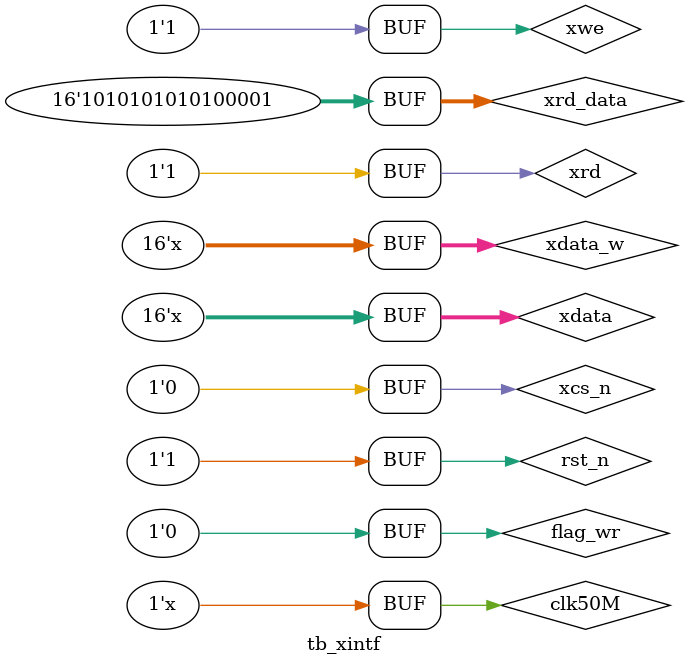
<source format=v>
`timescale 1ns / 1ps

module tb_xintf;
    reg rst_n;
    reg clk50M;
    //XINTF Íâ²¿½Ó¿ÚÐÅºÅ
    reg xcs_n;                      //Ê¹ÄÜ£¬µÍµçÆ½ÓÐÐ§
    reg xrd;                        //¶ÁÐÅºÅ
    reg xwe;                        //Ð´ÐÅºÅ
    wire [15:0] xdata;              //XINTF Êý¾Ý×ÜÏß
    //XINTF ÄÚ²¿½Ó¿ÚÐÅºÅ
    reg  [15:0] xrd_data;           //½«ÒªÍ¨¹ý¶Á²Ù×÷´ÓXINTFÊý¾Ý×ÜÏßxdataÊä³ö¸øDSPµÄÊý¾Ý(xrd_data--->xdata)
    wire rd_end;                    //XINTF¶Á²Ù×÷Íê³É±êÖ¾
    wire rd_fall;					//XINTF¶ÁÐÅºÅxrdÏÂ½µÑØ±êÖ¾£¬ÓÃÀ´¸üÐÂ±¾´Î¶Á²Ù×÷xrd_dataÊý¾Ý
    wire [15:0] xwr_data;           //XINTFÐ´²Ù×÷´ÓDSP-XINTF½Ó¿Ú»ñÈ¡µÄÊý¾Ý
    wire wr_end;                    //XINTFÐ´²Ù×÷Íê³É±êÖ¾ 


    //·ÂÕæÊ¹ÓÃ±äÁ¿
    reg [15:0] xdata_w;             //·ÂÕæ Ð´ÊäÈë XINTFÊý¾Ý×ÜÏß Êý¾Ý
    reg flag_wr;                    //×´Ì¬±êÖ¾£¬Ð´Êý¾ÝÊ±ÖÃ1£¬ÆäËû×´Ì¬ÖÃ0
    //ÊµÀý»¯£ºxintf
    xintf xintf_inst(
        .rst_n          (rst_n      ),
        .clk50M         (clk50M     ),
        //XINTF Íâ²¿½Ó¿ÚÐÅºÅ
        .xcs_n          (xcs_n       ),
        .xrd            (xrd        ),
        .xwe            (xwe        ),
        .xdata          (xdata      ),
        //XINTF ÄÚ²¿½Ó¿ÚÐÅºÅ
        .xrd_data       (xrd_data   ),
        .rd_end         (rd_end     ),
        .rd_fall        (rd_fall    ),
        .xwr_data       (xwr_data   ),
        .wr_end         (wr_end     )
    );
    //Ê±ÖÓ
    always #10 clk50M = ~clk50M;
    //³õÊ¼»¯
    initial begin
        rst_n = 0;
        clk50M = 0;
        xcs_n = 1;
        xrd = 1;
        xwe = 1;
        xrd_data = 16'haaa0;
        xdata_w = 16'hzzzz;
        flag_wr = 0;
        #100;
        rst_n = 1;

        //·ÂÕæ¿ªÊ¼£º
        xcs_n = 0;//Æ¬Ñ¡
        xintf_write_byte(16'h5555);
        xintf_read_byte();
    end

    //XINTFÐ´³öÊ±xdata = xdata_w
    //ÆäËû×´Ì¬xdata = 16'hzzzz£¨ÓÉxintf_instÊµÀý¿ØÖÆxdata£©
    assign xdata = (flag_wr == 1) ? xdata_w : 16'hzzzz;

    //XINTFÐ´ÈëÒ»¸ö×Ö½ÚÊý¾Ý£¬XINTFÄ£¿éÓÉÍâÈëÄÚ
    task xintf_write_byte(
        input [15:0] data
    );
    begin
        flag_wr = 1;        //¶ÁÊý¾Ý×´Ì¬±êÖ¾ÖÃ1
        #80;
        xwe = 0;
        xdata_w = data;
        #200;
        xwe = 1;
        #80;
        xdata_w = 16'hzzzz;
        flag_wr = 0;        //¶ÁÊý¾Ý×´Ì¬±êÖ¾ÖÃ0
    end endtask

    //XINTF¶Á³öÒ»¸ö×Ö½ÚÊý¾Ý£¬XINTFÄ£¿éÓÉÄÚµ½Íâ
    task xintf_read_byte();
    begin
        #80;
        xrd = 0;
        xrd_data = xrd_data + 1;
        #200;
        xrd = 1;
        #80;
    end endtask


endmodule


</source>
